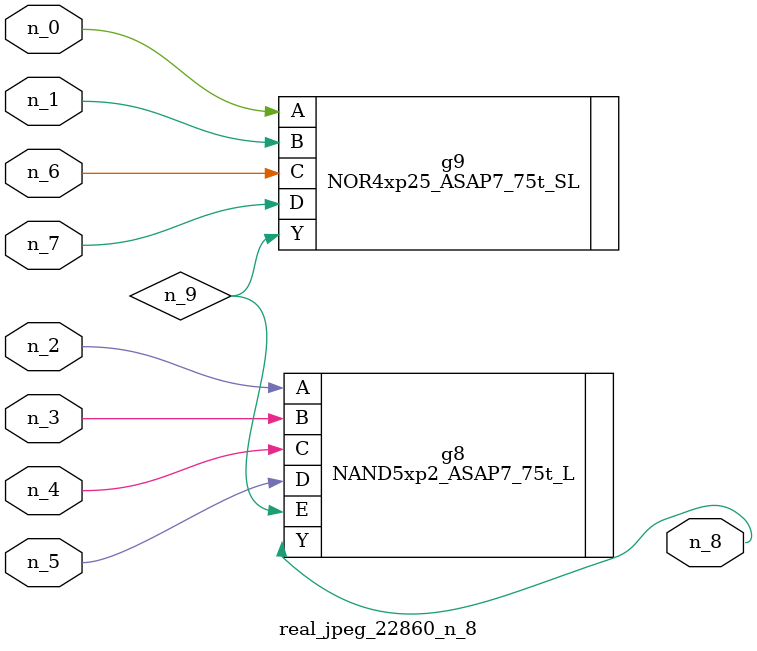
<source format=v>
module real_jpeg_22860_n_8 (n_5, n_4, n_0, n_1, n_2, n_6, n_7, n_3, n_8);

input n_5;
input n_4;
input n_0;
input n_1;
input n_2;
input n_6;
input n_7;
input n_3;

output n_8;

wire n_9;

NOR4xp25_ASAP7_75t_SL g9 ( 
.A(n_0),
.B(n_1),
.C(n_6),
.D(n_7),
.Y(n_9)
);

NAND5xp2_ASAP7_75t_L g8 ( 
.A(n_2),
.B(n_3),
.C(n_4),
.D(n_5),
.E(n_9),
.Y(n_8)
);


endmodule
</source>
